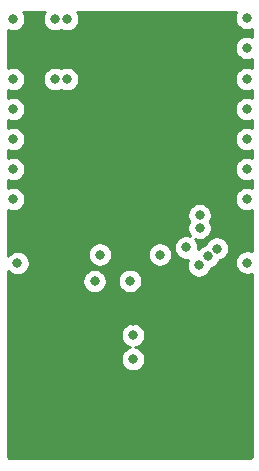
<source format=gbr>
%TF.GenerationSoftware,KiCad,Pcbnew,(5.1.9-0-10_14)*%
%TF.CreationDate,2021-05-20T16:30:14+09:00*%
%TF.ProjectId,tracer,74726163-6572-42e6-9b69-6361645f7063,rev?*%
%TF.SameCoordinates,Original*%
%TF.FileFunction,Copper,L2,Inr*%
%TF.FilePolarity,Positive*%
%FSLAX46Y46*%
G04 Gerber Fmt 4.6, Leading zero omitted, Abs format (unit mm)*
G04 Created by KiCad (PCBNEW (5.1.9-0-10_14)) date 2021-05-20 16:30:14*
%MOMM*%
%LPD*%
G01*
G04 APERTURE LIST*
%TA.AperFunction,ComponentPad*%
%ADD10C,0.800000*%
%TD*%
%TA.AperFunction,ViaPad*%
%ADD11C,0.800000*%
%TD*%
%TA.AperFunction,Conductor*%
%ADD12C,0.254000*%
%TD*%
%TA.AperFunction,Conductor*%
%ADD13C,0.100000*%
%TD*%
G04 APERTURE END LIST*
D10*
%TO.N,Net-(A1-Pad14)*%
%TO.C,TP14*%
X9906000Y38227000D03*
%TD*%
%TO.N,Net-(A1-Pad13)*%
%TO.C,TP13*%
X9906000Y35687000D03*
%TD*%
%TO.N,Net-(A1-Pad19)*%
%TO.C,TP19*%
X2540000Y23368000D03*
%TD*%
%TO.N,Net-(A1-Pad17)*%
%TO.C,TP17*%
X-2540000Y23368000D03*
%TD*%
D11*
%TO.N,GND*%
X254000Y12671000D03*
X-3683000Y12671000D03*
X5842000Y16227000D03*
X-5715000Y16925500D03*
X-7366000Y22640500D03*
X254000Y17751000D03*
X4445000Y12671000D03*
X-9906000Y40767000D03*
X-6350000Y40767000D03*
X-5334000Y40767000D03*
X-1460500Y21907500D03*
X1651000Y21907500D03*
X8128000Y22415500D03*
X10033000Y6921500D03*
X-9906000Y6858000D03*
%TO.N,/~SS*%
X4762500Y23974000D03*
X9906000Y30607000D03*
%TO.N,/CLK*%
X9906000Y28067000D03*
X5842000Y22450000D03*
%TO.N,/SDI*%
X5905500Y25625000D03*
%TO.N,/~SHDN*%
X254000Y14512500D03*
X-9906000Y30607000D03*
%TO.N,/~RS*%
X254000Y16544500D03*
X-2984500Y21116500D03*
X-9906000Y28067000D03*
%TO.N,+5V*%
X-9525000Y22640500D03*
X-5334000Y43307000D03*
X-9906000Y43307000D03*
X-6350000Y43307000D03*
X9937750Y22701250D03*
%TO.N,/RELAY2*%
X-9906000Y33147000D03*
%TO.N,/RELAY1*%
X-9906000Y35687000D03*
%TO.N,/SDO1*%
X5905500Y26704500D03*
X9906000Y33147000D03*
%TO.N,/SDO2*%
X6604000Y23212000D03*
%TO.N,+3V3*%
X-9906000Y38227000D03*
X-6350000Y38227000D03*
X-5334000Y38227000D03*
X0Y21145500D03*
%TO.N,Net-(A1-Pad15)*%
X9906000Y40865000D03*
%TO.N,Net-(A1-Pad16)*%
X9906000Y43405000D03*
%TO.N,Net-(D1-Pad2)*%
X7366000Y23876000D03*
%TD*%
D12*
%TO.N,GND*%
X-7267205Y43797256D02*
X-7345226Y43608898D01*
X-7385000Y43408939D01*
X-7385000Y43205061D01*
X-7345226Y43005102D01*
X-7267205Y42816744D01*
X-7153937Y42647226D01*
X-7009774Y42503063D01*
X-6840256Y42389795D01*
X-6651898Y42311774D01*
X-6451939Y42272000D01*
X-6248061Y42272000D01*
X-6048102Y42311774D01*
X-5859744Y42389795D01*
X-5842000Y42401651D01*
X-5824256Y42389795D01*
X-5635898Y42311774D01*
X-5435939Y42272000D01*
X-5232061Y42272000D01*
X-5032102Y42311774D01*
X-4843744Y42389795D01*
X-4674226Y42503063D01*
X-4530063Y42647226D01*
X-4416795Y42816744D01*
X-4338774Y43005102D01*
X-4299000Y43205061D01*
X-4299000Y43408939D01*
X-4338774Y43608898D01*
X-4416795Y43797256D01*
X-4467405Y43873000D01*
X8979576Y43873000D01*
X8910774Y43706898D01*
X8871000Y43506939D01*
X8871000Y43303061D01*
X8910774Y43103102D01*
X8988795Y42914744D01*
X9102063Y42745226D01*
X9246226Y42601063D01*
X9415744Y42487795D01*
X9604102Y42409774D01*
X9804061Y42370000D01*
X10007939Y42370000D01*
X10207898Y42409774D01*
X10340001Y42464493D01*
X10340001Y41805507D01*
X10207898Y41860226D01*
X10007939Y41900000D01*
X9804061Y41900000D01*
X9604102Y41860226D01*
X9415744Y41782205D01*
X9246226Y41668937D01*
X9102063Y41524774D01*
X8988795Y41355256D01*
X8910774Y41166898D01*
X8871000Y40966939D01*
X8871000Y40763061D01*
X8910774Y40563102D01*
X8988795Y40374744D01*
X9102063Y40205226D01*
X9246226Y40061063D01*
X9415744Y39947795D01*
X9604102Y39869774D01*
X9804061Y39830000D01*
X10007939Y39830000D01*
X10207898Y39869774D01*
X10340001Y39924493D01*
X10340001Y39167507D01*
X10207898Y39222226D01*
X10007939Y39262000D01*
X9804061Y39262000D01*
X9604102Y39222226D01*
X9415744Y39144205D01*
X9246226Y39030937D01*
X9102063Y38886774D01*
X8988795Y38717256D01*
X8910774Y38528898D01*
X8871000Y38328939D01*
X8871000Y38125061D01*
X8910774Y37925102D01*
X8988795Y37736744D01*
X9102063Y37567226D01*
X9246226Y37423063D01*
X9415744Y37309795D01*
X9604102Y37231774D01*
X9804061Y37192000D01*
X10007939Y37192000D01*
X10207898Y37231774D01*
X10340001Y37286493D01*
X10340001Y36627507D01*
X10207898Y36682226D01*
X10007939Y36722000D01*
X9804061Y36722000D01*
X9604102Y36682226D01*
X9415744Y36604205D01*
X9246226Y36490937D01*
X9102063Y36346774D01*
X8988795Y36177256D01*
X8910774Y35988898D01*
X8871000Y35788939D01*
X8871000Y35585061D01*
X8910774Y35385102D01*
X8988795Y35196744D01*
X9102063Y35027226D01*
X9246226Y34883063D01*
X9415744Y34769795D01*
X9604102Y34691774D01*
X9804061Y34652000D01*
X10007939Y34652000D01*
X10207898Y34691774D01*
X10340001Y34746493D01*
X10340001Y34087507D01*
X10207898Y34142226D01*
X10007939Y34182000D01*
X9804061Y34182000D01*
X9604102Y34142226D01*
X9415744Y34064205D01*
X9246226Y33950937D01*
X9102063Y33806774D01*
X8988795Y33637256D01*
X8910774Y33448898D01*
X8871000Y33248939D01*
X8871000Y33045061D01*
X8910774Y32845102D01*
X8988795Y32656744D01*
X9102063Y32487226D01*
X9246226Y32343063D01*
X9415744Y32229795D01*
X9604102Y32151774D01*
X9804061Y32112000D01*
X10007939Y32112000D01*
X10207898Y32151774D01*
X10340001Y32206493D01*
X10340001Y31547507D01*
X10207898Y31602226D01*
X10007939Y31642000D01*
X9804061Y31642000D01*
X9604102Y31602226D01*
X9415744Y31524205D01*
X9246226Y31410937D01*
X9102063Y31266774D01*
X8988795Y31097256D01*
X8910774Y30908898D01*
X8871000Y30708939D01*
X8871000Y30505061D01*
X8910774Y30305102D01*
X8988795Y30116744D01*
X9102063Y29947226D01*
X9246226Y29803063D01*
X9415744Y29689795D01*
X9604102Y29611774D01*
X9804061Y29572000D01*
X10007939Y29572000D01*
X10207898Y29611774D01*
X10340001Y29666493D01*
X10340001Y29007507D01*
X10207898Y29062226D01*
X10007939Y29102000D01*
X9804061Y29102000D01*
X9604102Y29062226D01*
X9415744Y28984205D01*
X9246226Y28870937D01*
X9102063Y28726774D01*
X8988795Y28557256D01*
X8910774Y28368898D01*
X8871000Y28168939D01*
X8871000Y27965061D01*
X8910774Y27765102D01*
X8988795Y27576744D01*
X9102063Y27407226D01*
X9246226Y27263063D01*
X9415744Y27149795D01*
X9604102Y27071774D01*
X9804061Y27032000D01*
X10007939Y27032000D01*
X10207898Y27071774D01*
X10340001Y27126493D01*
X10340000Y23654908D01*
X10239648Y23696476D01*
X10039689Y23736250D01*
X9835811Y23736250D01*
X9635852Y23696476D01*
X9447494Y23618455D01*
X9277976Y23505187D01*
X9133813Y23361024D01*
X9020545Y23191506D01*
X8942524Y23003148D01*
X8902750Y22803189D01*
X8902750Y22599311D01*
X8942524Y22399352D01*
X9020545Y22210994D01*
X9133813Y22041476D01*
X9277976Y21897313D01*
X9447494Y21784045D01*
X9635852Y21706024D01*
X9835811Y21666250D01*
X10039689Y21666250D01*
X10239648Y21706024D01*
X10340000Y21747592D01*
X10340000Y6273381D01*
X10193619Y6127000D01*
X-10193620Y6127000D01*
X-10340000Y6273380D01*
X-10340000Y16646439D01*
X-781000Y16646439D01*
X-781000Y16442561D01*
X-741226Y16242602D01*
X-663205Y16054244D01*
X-549937Y15884726D01*
X-405774Y15740563D01*
X-236256Y15627295D01*
X-47898Y15549274D01*
X56541Y15528500D01*
X-47898Y15507726D01*
X-236256Y15429705D01*
X-405774Y15316437D01*
X-549937Y15172274D01*
X-663205Y15002756D01*
X-741226Y14814398D01*
X-781000Y14614439D01*
X-781000Y14410561D01*
X-741226Y14210602D01*
X-663205Y14022244D01*
X-549937Y13852726D01*
X-405774Y13708563D01*
X-236256Y13595295D01*
X-47898Y13517274D01*
X152061Y13477500D01*
X355939Y13477500D01*
X555898Y13517274D01*
X744256Y13595295D01*
X913774Y13708563D01*
X1057937Y13852726D01*
X1171205Y14022244D01*
X1249226Y14210602D01*
X1289000Y14410561D01*
X1289000Y14614439D01*
X1249226Y14814398D01*
X1171205Y15002756D01*
X1057937Y15172274D01*
X913774Y15316437D01*
X744256Y15429705D01*
X555898Y15507726D01*
X451459Y15528500D01*
X555898Y15549274D01*
X744256Y15627295D01*
X913774Y15740563D01*
X1057937Y15884726D01*
X1171205Y16054244D01*
X1249226Y16242602D01*
X1289000Y16442561D01*
X1289000Y16646439D01*
X1249226Y16846398D01*
X1171205Y17034756D01*
X1057937Y17204274D01*
X913774Y17348437D01*
X744256Y17461705D01*
X555898Y17539726D01*
X355939Y17579500D01*
X152061Y17579500D01*
X-47898Y17539726D01*
X-236256Y17461705D01*
X-405774Y17348437D01*
X-549937Y17204274D01*
X-663205Y17034756D01*
X-741226Y16846398D01*
X-781000Y16646439D01*
X-10340000Y16646439D01*
X-10340000Y21218439D01*
X-4019500Y21218439D01*
X-4019500Y21014561D01*
X-3979726Y20814602D01*
X-3901705Y20626244D01*
X-3788437Y20456726D01*
X-3644274Y20312563D01*
X-3474756Y20199295D01*
X-3286398Y20121274D01*
X-3086439Y20081500D01*
X-2882561Y20081500D01*
X-2682602Y20121274D01*
X-2494244Y20199295D01*
X-2324726Y20312563D01*
X-2180563Y20456726D01*
X-2067295Y20626244D01*
X-1989274Y20814602D01*
X-1949500Y21014561D01*
X-1949500Y21218439D01*
X-1955268Y21247439D01*
X-1035000Y21247439D01*
X-1035000Y21043561D01*
X-995226Y20843602D01*
X-917205Y20655244D01*
X-803937Y20485726D01*
X-659774Y20341563D01*
X-490256Y20228295D01*
X-301898Y20150274D01*
X-101939Y20110500D01*
X101939Y20110500D01*
X301898Y20150274D01*
X490256Y20228295D01*
X659774Y20341563D01*
X803937Y20485726D01*
X917205Y20655244D01*
X995226Y20843602D01*
X1035000Y21043561D01*
X1035000Y21247439D01*
X995226Y21447398D01*
X917205Y21635756D01*
X803937Y21805274D01*
X659774Y21949437D01*
X490256Y22062705D01*
X301898Y22140726D01*
X101939Y22180500D01*
X-101939Y22180500D01*
X-301898Y22140726D01*
X-490256Y22062705D01*
X-659774Y21949437D01*
X-803937Y21805274D01*
X-917205Y21635756D01*
X-995226Y21447398D01*
X-1035000Y21247439D01*
X-1955268Y21247439D01*
X-1989274Y21418398D01*
X-2067295Y21606756D01*
X-2180563Y21776274D01*
X-2324726Y21920437D01*
X-2494244Y22033705D01*
X-2682602Y22111726D01*
X-2882561Y22151500D01*
X-3086439Y22151500D01*
X-3286398Y22111726D01*
X-3474756Y22033705D01*
X-3644274Y21920437D01*
X-3788437Y21776274D01*
X-3901705Y21606756D01*
X-3979726Y21418398D01*
X-4019500Y21218439D01*
X-10340000Y21218439D01*
X-10340000Y21997283D01*
X-10328937Y21980726D01*
X-10184774Y21836563D01*
X-10015256Y21723295D01*
X-9826898Y21645274D01*
X-9626939Y21605500D01*
X-9423061Y21605500D01*
X-9223102Y21645274D01*
X-9034744Y21723295D01*
X-8865226Y21836563D01*
X-8721063Y21980726D01*
X-8607795Y22150244D01*
X-8529774Y22338602D01*
X-8490000Y22538561D01*
X-8490000Y22742439D01*
X-8529774Y22942398D01*
X-8607795Y23130756D01*
X-8721063Y23300274D01*
X-8865226Y23444437D01*
X-8903392Y23469939D01*
X-3575000Y23469939D01*
X-3575000Y23266061D01*
X-3535226Y23066102D01*
X-3457205Y22877744D01*
X-3343937Y22708226D01*
X-3199774Y22564063D01*
X-3030256Y22450795D01*
X-2841898Y22372774D01*
X-2641939Y22333000D01*
X-2438061Y22333000D01*
X-2238102Y22372774D01*
X-2049744Y22450795D01*
X-1880226Y22564063D01*
X-1736063Y22708226D01*
X-1622795Y22877744D01*
X-1544774Y23066102D01*
X-1505000Y23266061D01*
X-1505000Y23469939D01*
X1505000Y23469939D01*
X1505000Y23266061D01*
X1544774Y23066102D01*
X1622795Y22877744D01*
X1736063Y22708226D01*
X1880226Y22564063D01*
X2049744Y22450795D01*
X2238102Y22372774D01*
X2438061Y22333000D01*
X2641939Y22333000D01*
X2841898Y22372774D01*
X3030256Y22450795D01*
X3199774Y22564063D01*
X3343937Y22708226D01*
X3457205Y22877744D01*
X3535226Y23066102D01*
X3575000Y23266061D01*
X3575000Y23469939D01*
X3535226Y23669898D01*
X3457205Y23858256D01*
X3343937Y24027774D01*
X3295772Y24075939D01*
X3727500Y24075939D01*
X3727500Y23872061D01*
X3767274Y23672102D01*
X3845295Y23483744D01*
X3958563Y23314226D01*
X4102726Y23170063D01*
X4272244Y23056795D01*
X4460602Y22978774D01*
X4660561Y22939000D01*
X4864439Y22939000D01*
X4933078Y22952653D01*
X4924795Y22940256D01*
X4846774Y22751898D01*
X4807000Y22551939D01*
X4807000Y22348061D01*
X4846774Y22148102D01*
X4924795Y21959744D01*
X5038063Y21790226D01*
X5182226Y21646063D01*
X5351744Y21532795D01*
X5540102Y21454774D01*
X5740061Y21415000D01*
X5943939Y21415000D01*
X6143898Y21454774D01*
X6332256Y21532795D01*
X6501774Y21646063D01*
X6645937Y21790226D01*
X6759205Y21959744D01*
X6837226Y22148102D01*
X6848619Y22205381D01*
X6905898Y22216774D01*
X7094256Y22294795D01*
X7263774Y22408063D01*
X7407937Y22552226D01*
X7521205Y22721744D01*
X7579821Y22863255D01*
X7667898Y22880774D01*
X7856256Y22958795D01*
X8025774Y23072063D01*
X8169937Y23216226D01*
X8283205Y23385744D01*
X8361226Y23574102D01*
X8401000Y23774061D01*
X8401000Y23977939D01*
X8361226Y24177898D01*
X8283205Y24366256D01*
X8169937Y24535774D01*
X8025774Y24679937D01*
X7856256Y24793205D01*
X7667898Y24871226D01*
X7467939Y24911000D01*
X7264061Y24911000D01*
X7064102Y24871226D01*
X6875744Y24793205D01*
X6706226Y24679937D01*
X6562063Y24535774D01*
X6448795Y24366256D01*
X6390179Y24224745D01*
X6302102Y24207226D01*
X6113744Y24129205D01*
X5944226Y24015937D01*
X5800063Y23871774D01*
X5796332Y23866191D01*
X5797500Y23872061D01*
X5797500Y24075939D01*
X5757726Y24275898D01*
X5679705Y24464256D01*
X5566437Y24633774D01*
X5546986Y24653225D01*
X5603602Y24629774D01*
X5803561Y24590000D01*
X6007439Y24590000D01*
X6207398Y24629774D01*
X6395756Y24707795D01*
X6565274Y24821063D01*
X6709437Y24965226D01*
X6822705Y25134744D01*
X6900726Y25323102D01*
X6940500Y25523061D01*
X6940500Y25726939D01*
X6900726Y25926898D01*
X6822705Y26115256D01*
X6789634Y26164750D01*
X6822705Y26214244D01*
X6900726Y26402602D01*
X6940500Y26602561D01*
X6940500Y26806439D01*
X6900726Y27006398D01*
X6822705Y27194756D01*
X6709437Y27364274D01*
X6565274Y27508437D01*
X6395756Y27621705D01*
X6207398Y27699726D01*
X6007439Y27739500D01*
X5803561Y27739500D01*
X5603602Y27699726D01*
X5415244Y27621705D01*
X5245726Y27508437D01*
X5101563Y27364274D01*
X4988295Y27194756D01*
X4910274Y27006398D01*
X4870500Y26806439D01*
X4870500Y26602561D01*
X4910274Y26402602D01*
X4988295Y26214244D01*
X5021366Y26164750D01*
X4988295Y26115256D01*
X4910274Y25926898D01*
X4870500Y25726939D01*
X4870500Y25523061D01*
X4910274Y25323102D01*
X4988295Y25134744D01*
X5101563Y24965226D01*
X5121014Y24945775D01*
X5064398Y24969226D01*
X4864439Y25009000D01*
X4660561Y25009000D01*
X4460602Y24969226D01*
X4272244Y24891205D01*
X4102726Y24777937D01*
X3958563Y24633774D01*
X3845295Y24464256D01*
X3767274Y24275898D01*
X3727500Y24075939D01*
X3295772Y24075939D01*
X3199774Y24171937D01*
X3030256Y24285205D01*
X2841898Y24363226D01*
X2641939Y24403000D01*
X2438061Y24403000D01*
X2238102Y24363226D01*
X2049744Y24285205D01*
X1880226Y24171937D01*
X1736063Y24027774D01*
X1622795Y23858256D01*
X1544774Y23669898D01*
X1505000Y23469939D01*
X-1505000Y23469939D01*
X-1544774Y23669898D01*
X-1622795Y23858256D01*
X-1736063Y24027774D01*
X-1880226Y24171937D01*
X-2049744Y24285205D01*
X-2238102Y24363226D01*
X-2438061Y24403000D01*
X-2641939Y24403000D01*
X-2841898Y24363226D01*
X-3030256Y24285205D01*
X-3199774Y24171937D01*
X-3343937Y24027774D01*
X-3457205Y23858256D01*
X-3535226Y23669898D01*
X-3575000Y23469939D01*
X-8903392Y23469939D01*
X-9034744Y23557705D01*
X-9223102Y23635726D01*
X-9423061Y23675500D01*
X-9626939Y23675500D01*
X-9826898Y23635726D01*
X-10015256Y23557705D01*
X-10184774Y23444437D01*
X-10328937Y23300274D01*
X-10340000Y23283717D01*
X-10340000Y27126493D01*
X-10207898Y27071774D01*
X-10007939Y27032000D01*
X-9804061Y27032000D01*
X-9604102Y27071774D01*
X-9415744Y27149795D01*
X-9246226Y27263063D01*
X-9102063Y27407226D01*
X-8988795Y27576744D01*
X-8910774Y27765102D01*
X-8871000Y27965061D01*
X-8871000Y28168939D01*
X-8910774Y28368898D01*
X-8988795Y28557256D01*
X-9102063Y28726774D01*
X-9246226Y28870937D01*
X-9415744Y28984205D01*
X-9604102Y29062226D01*
X-9804061Y29102000D01*
X-10007939Y29102000D01*
X-10207898Y29062226D01*
X-10340000Y29007507D01*
X-10340000Y29666493D01*
X-10207898Y29611774D01*
X-10007939Y29572000D01*
X-9804061Y29572000D01*
X-9604102Y29611774D01*
X-9415744Y29689795D01*
X-9246226Y29803063D01*
X-9102063Y29947226D01*
X-8988795Y30116744D01*
X-8910774Y30305102D01*
X-8871000Y30505061D01*
X-8871000Y30708939D01*
X-8910774Y30908898D01*
X-8988795Y31097256D01*
X-9102063Y31266774D01*
X-9246226Y31410937D01*
X-9415744Y31524205D01*
X-9604102Y31602226D01*
X-9804061Y31642000D01*
X-10007939Y31642000D01*
X-10207898Y31602226D01*
X-10340000Y31547507D01*
X-10340000Y32206493D01*
X-10207898Y32151774D01*
X-10007939Y32112000D01*
X-9804061Y32112000D01*
X-9604102Y32151774D01*
X-9415744Y32229795D01*
X-9246226Y32343063D01*
X-9102063Y32487226D01*
X-8988795Y32656744D01*
X-8910774Y32845102D01*
X-8871000Y33045061D01*
X-8871000Y33248939D01*
X-8910774Y33448898D01*
X-8988795Y33637256D01*
X-9102063Y33806774D01*
X-9246226Y33950937D01*
X-9415744Y34064205D01*
X-9604102Y34142226D01*
X-9804061Y34182000D01*
X-10007939Y34182000D01*
X-10207898Y34142226D01*
X-10340000Y34087507D01*
X-10340000Y34746493D01*
X-10207898Y34691774D01*
X-10007939Y34652000D01*
X-9804061Y34652000D01*
X-9604102Y34691774D01*
X-9415744Y34769795D01*
X-9246226Y34883063D01*
X-9102063Y35027226D01*
X-8988795Y35196744D01*
X-8910774Y35385102D01*
X-8871000Y35585061D01*
X-8871000Y35788939D01*
X-8910774Y35988898D01*
X-8988795Y36177256D01*
X-9102063Y36346774D01*
X-9246226Y36490937D01*
X-9415744Y36604205D01*
X-9604102Y36682226D01*
X-9804061Y36722000D01*
X-10007939Y36722000D01*
X-10207898Y36682226D01*
X-10340000Y36627507D01*
X-10340000Y37286493D01*
X-10207898Y37231774D01*
X-10007939Y37192000D01*
X-9804061Y37192000D01*
X-9604102Y37231774D01*
X-9415744Y37309795D01*
X-9246226Y37423063D01*
X-9102063Y37567226D01*
X-8988795Y37736744D01*
X-8910774Y37925102D01*
X-8871000Y38125061D01*
X-8871000Y38328939D01*
X-7385000Y38328939D01*
X-7385000Y38125061D01*
X-7345226Y37925102D01*
X-7267205Y37736744D01*
X-7153937Y37567226D01*
X-7009774Y37423063D01*
X-6840256Y37309795D01*
X-6651898Y37231774D01*
X-6451939Y37192000D01*
X-6248061Y37192000D01*
X-6048102Y37231774D01*
X-5859744Y37309795D01*
X-5842000Y37321651D01*
X-5824256Y37309795D01*
X-5635898Y37231774D01*
X-5435939Y37192000D01*
X-5232061Y37192000D01*
X-5032102Y37231774D01*
X-4843744Y37309795D01*
X-4674226Y37423063D01*
X-4530063Y37567226D01*
X-4416795Y37736744D01*
X-4338774Y37925102D01*
X-4299000Y38125061D01*
X-4299000Y38328939D01*
X-4338774Y38528898D01*
X-4416795Y38717256D01*
X-4530063Y38886774D01*
X-4674226Y39030937D01*
X-4843744Y39144205D01*
X-5032102Y39222226D01*
X-5232061Y39262000D01*
X-5435939Y39262000D01*
X-5635898Y39222226D01*
X-5824256Y39144205D01*
X-5842000Y39132349D01*
X-5859744Y39144205D01*
X-6048102Y39222226D01*
X-6248061Y39262000D01*
X-6451939Y39262000D01*
X-6651898Y39222226D01*
X-6840256Y39144205D01*
X-7009774Y39030937D01*
X-7153937Y38886774D01*
X-7267205Y38717256D01*
X-7345226Y38528898D01*
X-7385000Y38328939D01*
X-8871000Y38328939D01*
X-8910774Y38528898D01*
X-8988795Y38717256D01*
X-9102063Y38886774D01*
X-9246226Y39030937D01*
X-9415744Y39144205D01*
X-9604102Y39222226D01*
X-9804061Y39262000D01*
X-10007939Y39262000D01*
X-10207898Y39222226D01*
X-10340000Y39167507D01*
X-10340000Y42366493D01*
X-10207898Y42311774D01*
X-10007939Y42272000D01*
X-9804061Y42272000D01*
X-9604102Y42311774D01*
X-9415744Y42389795D01*
X-9246226Y42503063D01*
X-9102063Y42647226D01*
X-8988795Y42816744D01*
X-8910774Y43005102D01*
X-8871000Y43205061D01*
X-8871000Y43408939D01*
X-8910774Y43608898D01*
X-8988795Y43797256D01*
X-9039405Y43873000D01*
X-7216595Y43873000D01*
X-7267205Y43797256D01*
%TA.AperFunction,Conductor*%
D13*
G36*
X-7267205Y43797256D02*
G01*
X-7345226Y43608898D01*
X-7385000Y43408939D01*
X-7385000Y43205061D01*
X-7345226Y43005102D01*
X-7267205Y42816744D01*
X-7153937Y42647226D01*
X-7009774Y42503063D01*
X-6840256Y42389795D01*
X-6651898Y42311774D01*
X-6451939Y42272000D01*
X-6248061Y42272000D01*
X-6048102Y42311774D01*
X-5859744Y42389795D01*
X-5842000Y42401651D01*
X-5824256Y42389795D01*
X-5635898Y42311774D01*
X-5435939Y42272000D01*
X-5232061Y42272000D01*
X-5032102Y42311774D01*
X-4843744Y42389795D01*
X-4674226Y42503063D01*
X-4530063Y42647226D01*
X-4416795Y42816744D01*
X-4338774Y43005102D01*
X-4299000Y43205061D01*
X-4299000Y43408939D01*
X-4338774Y43608898D01*
X-4416795Y43797256D01*
X-4467405Y43873000D01*
X8979576Y43873000D01*
X8910774Y43706898D01*
X8871000Y43506939D01*
X8871000Y43303061D01*
X8910774Y43103102D01*
X8988795Y42914744D01*
X9102063Y42745226D01*
X9246226Y42601063D01*
X9415744Y42487795D01*
X9604102Y42409774D01*
X9804061Y42370000D01*
X10007939Y42370000D01*
X10207898Y42409774D01*
X10340001Y42464493D01*
X10340001Y41805507D01*
X10207898Y41860226D01*
X10007939Y41900000D01*
X9804061Y41900000D01*
X9604102Y41860226D01*
X9415744Y41782205D01*
X9246226Y41668937D01*
X9102063Y41524774D01*
X8988795Y41355256D01*
X8910774Y41166898D01*
X8871000Y40966939D01*
X8871000Y40763061D01*
X8910774Y40563102D01*
X8988795Y40374744D01*
X9102063Y40205226D01*
X9246226Y40061063D01*
X9415744Y39947795D01*
X9604102Y39869774D01*
X9804061Y39830000D01*
X10007939Y39830000D01*
X10207898Y39869774D01*
X10340001Y39924493D01*
X10340001Y39167507D01*
X10207898Y39222226D01*
X10007939Y39262000D01*
X9804061Y39262000D01*
X9604102Y39222226D01*
X9415744Y39144205D01*
X9246226Y39030937D01*
X9102063Y38886774D01*
X8988795Y38717256D01*
X8910774Y38528898D01*
X8871000Y38328939D01*
X8871000Y38125061D01*
X8910774Y37925102D01*
X8988795Y37736744D01*
X9102063Y37567226D01*
X9246226Y37423063D01*
X9415744Y37309795D01*
X9604102Y37231774D01*
X9804061Y37192000D01*
X10007939Y37192000D01*
X10207898Y37231774D01*
X10340001Y37286493D01*
X10340001Y36627507D01*
X10207898Y36682226D01*
X10007939Y36722000D01*
X9804061Y36722000D01*
X9604102Y36682226D01*
X9415744Y36604205D01*
X9246226Y36490937D01*
X9102063Y36346774D01*
X8988795Y36177256D01*
X8910774Y35988898D01*
X8871000Y35788939D01*
X8871000Y35585061D01*
X8910774Y35385102D01*
X8988795Y35196744D01*
X9102063Y35027226D01*
X9246226Y34883063D01*
X9415744Y34769795D01*
X9604102Y34691774D01*
X9804061Y34652000D01*
X10007939Y34652000D01*
X10207898Y34691774D01*
X10340001Y34746493D01*
X10340001Y34087507D01*
X10207898Y34142226D01*
X10007939Y34182000D01*
X9804061Y34182000D01*
X9604102Y34142226D01*
X9415744Y34064205D01*
X9246226Y33950937D01*
X9102063Y33806774D01*
X8988795Y33637256D01*
X8910774Y33448898D01*
X8871000Y33248939D01*
X8871000Y33045061D01*
X8910774Y32845102D01*
X8988795Y32656744D01*
X9102063Y32487226D01*
X9246226Y32343063D01*
X9415744Y32229795D01*
X9604102Y32151774D01*
X9804061Y32112000D01*
X10007939Y32112000D01*
X10207898Y32151774D01*
X10340001Y32206493D01*
X10340001Y31547507D01*
X10207898Y31602226D01*
X10007939Y31642000D01*
X9804061Y31642000D01*
X9604102Y31602226D01*
X9415744Y31524205D01*
X9246226Y31410937D01*
X9102063Y31266774D01*
X8988795Y31097256D01*
X8910774Y30908898D01*
X8871000Y30708939D01*
X8871000Y30505061D01*
X8910774Y30305102D01*
X8988795Y30116744D01*
X9102063Y29947226D01*
X9246226Y29803063D01*
X9415744Y29689795D01*
X9604102Y29611774D01*
X9804061Y29572000D01*
X10007939Y29572000D01*
X10207898Y29611774D01*
X10340001Y29666493D01*
X10340001Y29007507D01*
X10207898Y29062226D01*
X10007939Y29102000D01*
X9804061Y29102000D01*
X9604102Y29062226D01*
X9415744Y28984205D01*
X9246226Y28870937D01*
X9102063Y28726774D01*
X8988795Y28557256D01*
X8910774Y28368898D01*
X8871000Y28168939D01*
X8871000Y27965061D01*
X8910774Y27765102D01*
X8988795Y27576744D01*
X9102063Y27407226D01*
X9246226Y27263063D01*
X9415744Y27149795D01*
X9604102Y27071774D01*
X9804061Y27032000D01*
X10007939Y27032000D01*
X10207898Y27071774D01*
X10340001Y27126493D01*
X10340000Y23654908D01*
X10239648Y23696476D01*
X10039689Y23736250D01*
X9835811Y23736250D01*
X9635852Y23696476D01*
X9447494Y23618455D01*
X9277976Y23505187D01*
X9133813Y23361024D01*
X9020545Y23191506D01*
X8942524Y23003148D01*
X8902750Y22803189D01*
X8902750Y22599311D01*
X8942524Y22399352D01*
X9020545Y22210994D01*
X9133813Y22041476D01*
X9277976Y21897313D01*
X9447494Y21784045D01*
X9635852Y21706024D01*
X9835811Y21666250D01*
X10039689Y21666250D01*
X10239648Y21706024D01*
X10340000Y21747592D01*
X10340000Y6273381D01*
X10193619Y6127000D01*
X-10193620Y6127000D01*
X-10340000Y6273380D01*
X-10340000Y16646439D01*
X-781000Y16646439D01*
X-781000Y16442561D01*
X-741226Y16242602D01*
X-663205Y16054244D01*
X-549937Y15884726D01*
X-405774Y15740563D01*
X-236256Y15627295D01*
X-47898Y15549274D01*
X56541Y15528500D01*
X-47898Y15507726D01*
X-236256Y15429705D01*
X-405774Y15316437D01*
X-549937Y15172274D01*
X-663205Y15002756D01*
X-741226Y14814398D01*
X-781000Y14614439D01*
X-781000Y14410561D01*
X-741226Y14210602D01*
X-663205Y14022244D01*
X-549937Y13852726D01*
X-405774Y13708563D01*
X-236256Y13595295D01*
X-47898Y13517274D01*
X152061Y13477500D01*
X355939Y13477500D01*
X555898Y13517274D01*
X744256Y13595295D01*
X913774Y13708563D01*
X1057937Y13852726D01*
X1171205Y14022244D01*
X1249226Y14210602D01*
X1289000Y14410561D01*
X1289000Y14614439D01*
X1249226Y14814398D01*
X1171205Y15002756D01*
X1057937Y15172274D01*
X913774Y15316437D01*
X744256Y15429705D01*
X555898Y15507726D01*
X451459Y15528500D01*
X555898Y15549274D01*
X744256Y15627295D01*
X913774Y15740563D01*
X1057937Y15884726D01*
X1171205Y16054244D01*
X1249226Y16242602D01*
X1289000Y16442561D01*
X1289000Y16646439D01*
X1249226Y16846398D01*
X1171205Y17034756D01*
X1057937Y17204274D01*
X913774Y17348437D01*
X744256Y17461705D01*
X555898Y17539726D01*
X355939Y17579500D01*
X152061Y17579500D01*
X-47898Y17539726D01*
X-236256Y17461705D01*
X-405774Y17348437D01*
X-549937Y17204274D01*
X-663205Y17034756D01*
X-741226Y16846398D01*
X-781000Y16646439D01*
X-10340000Y16646439D01*
X-10340000Y21218439D01*
X-4019500Y21218439D01*
X-4019500Y21014561D01*
X-3979726Y20814602D01*
X-3901705Y20626244D01*
X-3788437Y20456726D01*
X-3644274Y20312563D01*
X-3474756Y20199295D01*
X-3286398Y20121274D01*
X-3086439Y20081500D01*
X-2882561Y20081500D01*
X-2682602Y20121274D01*
X-2494244Y20199295D01*
X-2324726Y20312563D01*
X-2180563Y20456726D01*
X-2067295Y20626244D01*
X-1989274Y20814602D01*
X-1949500Y21014561D01*
X-1949500Y21218439D01*
X-1955268Y21247439D01*
X-1035000Y21247439D01*
X-1035000Y21043561D01*
X-995226Y20843602D01*
X-917205Y20655244D01*
X-803937Y20485726D01*
X-659774Y20341563D01*
X-490256Y20228295D01*
X-301898Y20150274D01*
X-101939Y20110500D01*
X101939Y20110500D01*
X301898Y20150274D01*
X490256Y20228295D01*
X659774Y20341563D01*
X803937Y20485726D01*
X917205Y20655244D01*
X995226Y20843602D01*
X1035000Y21043561D01*
X1035000Y21247439D01*
X995226Y21447398D01*
X917205Y21635756D01*
X803937Y21805274D01*
X659774Y21949437D01*
X490256Y22062705D01*
X301898Y22140726D01*
X101939Y22180500D01*
X-101939Y22180500D01*
X-301898Y22140726D01*
X-490256Y22062705D01*
X-659774Y21949437D01*
X-803937Y21805274D01*
X-917205Y21635756D01*
X-995226Y21447398D01*
X-1035000Y21247439D01*
X-1955268Y21247439D01*
X-1989274Y21418398D01*
X-2067295Y21606756D01*
X-2180563Y21776274D01*
X-2324726Y21920437D01*
X-2494244Y22033705D01*
X-2682602Y22111726D01*
X-2882561Y22151500D01*
X-3086439Y22151500D01*
X-3286398Y22111726D01*
X-3474756Y22033705D01*
X-3644274Y21920437D01*
X-3788437Y21776274D01*
X-3901705Y21606756D01*
X-3979726Y21418398D01*
X-4019500Y21218439D01*
X-10340000Y21218439D01*
X-10340000Y21997283D01*
X-10328937Y21980726D01*
X-10184774Y21836563D01*
X-10015256Y21723295D01*
X-9826898Y21645274D01*
X-9626939Y21605500D01*
X-9423061Y21605500D01*
X-9223102Y21645274D01*
X-9034744Y21723295D01*
X-8865226Y21836563D01*
X-8721063Y21980726D01*
X-8607795Y22150244D01*
X-8529774Y22338602D01*
X-8490000Y22538561D01*
X-8490000Y22742439D01*
X-8529774Y22942398D01*
X-8607795Y23130756D01*
X-8721063Y23300274D01*
X-8865226Y23444437D01*
X-8903392Y23469939D01*
X-3575000Y23469939D01*
X-3575000Y23266061D01*
X-3535226Y23066102D01*
X-3457205Y22877744D01*
X-3343937Y22708226D01*
X-3199774Y22564063D01*
X-3030256Y22450795D01*
X-2841898Y22372774D01*
X-2641939Y22333000D01*
X-2438061Y22333000D01*
X-2238102Y22372774D01*
X-2049744Y22450795D01*
X-1880226Y22564063D01*
X-1736063Y22708226D01*
X-1622795Y22877744D01*
X-1544774Y23066102D01*
X-1505000Y23266061D01*
X-1505000Y23469939D01*
X1505000Y23469939D01*
X1505000Y23266061D01*
X1544774Y23066102D01*
X1622795Y22877744D01*
X1736063Y22708226D01*
X1880226Y22564063D01*
X2049744Y22450795D01*
X2238102Y22372774D01*
X2438061Y22333000D01*
X2641939Y22333000D01*
X2841898Y22372774D01*
X3030256Y22450795D01*
X3199774Y22564063D01*
X3343937Y22708226D01*
X3457205Y22877744D01*
X3535226Y23066102D01*
X3575000Y23266061D01*
X3575000Y23469939D01*
X3535226Y23669898D01*
X3457205Y23858256D01*
X3343937Y24027774D01*
X3295772Y24075939D01*
X3727500Y24075939D01*
X3727500Y23872061D01*
X3767274Y23672102D01*
X3845295Y23483744D01*
X3958563Y23314226D01*
X4102726Y23170063D01*
X4272244Y23056795D01*
X4460602Y22978774D01*
X4660561Y22939000D01*
X4864439Y22939000D01*
X4933078Y22952653D01*
X4924795Y22940256D01*
X4846774Y22751898D01*
X4807000Y22551939D01*
X4807000Y22348061D01*
X4846774Y22148102D01*
X4924795Y21959744D01*
X5038063Y21790226D01*
X5182226Y21646063D01*
X5351744Y21532795D01*
X5540102Y21454774D01*
X5740061Y21415000D01*
X5943939Y21415000D01*
X6143898Y21454774D01*
X6332256Y21532795D01*
X6501774Y21646063D01*
X6645937Y21790226D01*
X6759205Y21959744D01*
X6837226Y22148102D01*
X6848619Y22205381D01*
X6905898Y22216774D01*
X7094256Y22294795D01*
X7263774Y22408063D01*
X7407937Y22552226D01*
X7521205Y22721744D01*
X7579821Y22863255D01*
X7667898Y22880774D01*
X7856256Y22958795D01*
X8025774Y23072063D01*
X8169937Y23216226D01*
X8283205Y23385744D01*
X8361226Y23574102D01*
X8401000Y23774061D01*
X8401000Y23977939D01*
X8361226Y24177898D01*
X8283205Y24366256D01*
X8169937Y24535774D01*
X8025774Y24679937D01*
X7856256Y24793205D01*
X7667898Y24871226D01*
X7467939Y24911000D01*
X7264061Y24911000D01*
X7064102Y24871226D01*
X6875744Y24793205D01*
X6706226Y24679937D01*
X6562063Y24535774D01*
X6448795Y24366256D01*
X6390179Y24224745D01*
X6302102Y24207226D01*
X6113744Y24129205D01*
X5944226Y24015937D01*
X5800063Y23871774D01*
X5796332Y23866191D01*
X5797500Y23872061D01*
X5797500Y24075939D01*
X5757726Y24275898D01*
X5679705Y24464256D01*
X5566437Y24633774D01*
X5546986Y24653225D01*
X5603602Y24629774D01*
X5803561Y24590000D01*
X6007439Y24590000D01*
X6207398Y24629774D01*
X6395756Y24707795D01*
X6565274Y24821063D01*
X6709437Y24965226D01*
X6822705Y25134744D01*
X6900726Y25323102D01*
X6940500Y25523061D01*
X6940500Y25726939D01*
X6900726Y25926898D01*
X6822705Y26115256D01*
X6789634Y26164750D01*
X6822705Y26214244D01*
X6900726Y26402602D01*
X6940500Y26602561D01*
X6940500Y26806439D01*
X6900726Y27006398D01*
X6822705Y27194756D01*
X6709437Y27364274D01*
X6565274Y27508437D01*
X6395756Y27621705D01*
X6207398Y27699726D01*
X6007439Y27739500D01*
X5803561Y27739500D01*
X5603602Y27699726D01*
X5415244Y27621705D01*
X5245726Y27508437D01*
X5101563Y27364274D01*
X4988295Y27194756D01*
X4910274Y27006398D01*
X4870500Y26806439D01*
X4870500Y26602561D01*
X4910274Y26402602D01*
X4988295Y26214244D01*
X5021366Y26164750D01*
X4988295Y26115256D01*
X4910274Y25926898D01*
X4870500Y25726939D01*
X4870500Y25523061D01*
X4910274Y25323102D01*
X4988295Y25134744D01*
X5101563Y24965226D01*
X5121014Y24945775D01*
X5064398Y24969226D01*
X4864439Y25009000D01*
X4660561Y25009000D01*
X4460602Y24969226D01*
X4272244Y24891205D01*
X4102726Y24777937D01*
X3958563Y24633774D01*
X3845295Y24464256D01*
X3767274Y24275898D01*
X3727500Y24075939D01*
X3295772Y24075939D01*
X3199774Y24171937D01*
X3030256Y24285205D01*
X2841898Y24363226D01*
X2641939Y24403000D01*
X2438061Y24403000D01*
X2238102Y24363226D01*
X2049744Y24285205D01*
X1880226Y24171937D01*
X1736063Y24027774D01*
X1622795Y23858256D01*
X1544774Y23669898D01*
X1505000Y23469939D01*
X-1505000Y23469939D01*
X-1544774Y23669898D01*
X-1622795Y23858256D01*
X-1736063Y24027774D01*
X-1880226Y24171937D01*
X-2049744Y24285205D01*
X-2238102Y24363226D01*
X-2438061Y24403000D01*
X-2641939Y24403000D01*
X-2841898Y24363226D01*
X-3030256Y24285205D01*
X-3199774Y24171937D01*
X-3343937Y24027774D01*
X-3457205Y23858256D01*
X-3535226Y23669898D01*
X-3575000Y23469939D01*
X-8903392Y23469939D01*
X-9034744Y23557705D01*
X-9223102Y23635726D01*
X-9423061Y23675500D01*
X-9626939Y23675500D01*
X-9826898Y23635726D01*
X-10015256Y23557705D01*
X-10184774Y23444437D01*
X-10328937Y23300274D01*
X-10340000Y23283717D01*
X-10340000Y27126493D01*
X-10207898Y27071774D01*
X-10007939Y27032000D01*
X-9804061Y27032000D01*
X-9604102Y27071774D01*
X-9415744Y27149795D01*
X-9246226Y27263063D01*
X-9102063Y27407226D01*
X-8988795Y27576744D01*
X-8910774Y27765102D01*
X-8871000Y27965061D01*
X-8871000Y28168939D01*
X-8910774Y28368898D01*
X-8988795Y28557256D01*
X-9102063Y28726774D01*
X-9246226Y28870937D01*
X-9415744Y28984205D01*
X-9604102Y29062226D01*
X-9804061Y29102000D01*
X-10007939Y29102000D01*
X-10207898Y29062226D01*
X-10340000Y29007507D01*
X-10340000Y29666493D01*
X-10207898Y29611774D01*
X-10007939Y29572000D01*
X-9804061Y29572000D01*
X-9604102Y29611774D01*
X-9415744Y29689795D01*
X-9246226Y29803063D01*
X-9102063Y29947226D01*
X-8988795Y30116744D01*
X-8910774Y30305102D01*
X-8871000Y30505061D01*
X-8871000Y30708939D01*
X-8910774Y30908898D01*
X-8988795Y31097256D01*
X-9102063Y31266774D01*
X-9246226Y31410937D01*
X-9415744Y31524205D01*
X-9604102Y31602226D01*
X-9804061Y31642000D01*
X-10007939Y31642000D01*
X-10207898Y31602226D01*
X-10340000Y31547507D01*
X-10340000Y32206493D01*
X-10207898Y32151774D01*
X-10007939Y32112000D01*
X-9804061Y32112000D01*
X-9604102Y32151774D01*
X-9415744Y32229795D01*
X-9246226Y32343063D01*
X-9102063Y32487226D01*
X-8988795Y32656744D01*
X-8910774Y32845102D01*
X-8871000Y33045061D01*
X-8871000Y33248939D01*
X-8910774Y33448898D01*
X-8988795Y33637256D01*
X-9102063Y33806774D01*
X-9246226Y33950937D01*
X-9415744Y34064205D01*
X-9604102Y34142226D01*
X-9804061Y34182000D01*
X-10007939Y34182000D01*
X-10207898Y34142226D01*
X-10340000Y34087507D01*
X-10340000Y34746493D01*
X-10207898Y34691774D01*
X-10007939Y34652000D01*
X-9804061Y34652000D01*
X-9604102Y34691774D01*
X-9415744Y34769795D01*
X-9246226Y34883063D01*
X-9102063Y35027226D01*
X-8988795Y35196744D01*
X-8910774Y35385102D01*
X-8871000Y35585061D01*
X-8871000Y35788939D01*
X-8910774Y35988898D01*
X-8988795Y36177256D01*
X-9102063Y36346774D01*
X-9246226Y36490937D01*
X-9415744Y36604205D01*
X-9604102Y36682226D01*
X-9804061Y36722000D01*
X-10007939Y36722000D01*
X-10207898Y36682226D01*
X-10340000Y36627507D01*
X-10340000Y37286493D01*
X-10207898Y37231774D01*
X-10007939Y37192000D01*
X-9804061Y37192000D01*
X-9604102Y37231774D01*
X-9415744Y37309795D01*
X-9246226Y37423063D01*
X-9102063Y37567226D01*
X-8988795Y37736744D01*
X-8910774Y37925102D01*
X-8871000Y38125061D01*
X-8871000Y38328939D01*
X-7385000Y38328939D01*
X-7385000Y38125061D01*
X-7345226Y37925102D01*
X-7267205Y37736744D01*
X-7153937Y37567226D01*
X-7009774Y37423063D01*
X-6840256Y37309795D01*
X-6651898Y37231774D01*
X-6451939Y37192000D01*
X-6248061Y37192000D01*
X-6048102Y37231774D01*
X-5859744Y37309795D01*
X-5842000Y37321651D01*
X-5824256Y37309795D01*
X-5635898Y37231774D01*
X-5435939Y37192000D01*
X-5232061Y37192000D01*
X-5032102Y37231774D01*
X-4843744Y37309795D01*
X-4674226Y37423063D01*
X-4530063Y37567226D01*
X-4416795Y37736744D01*
X-4338774Y37925102D01*
X-4299000Y38125061D01*
X-4299000Y38328939D01*
X-4338774Y38528898D01*
X-4416795Y38717256D01*
X-4530063Y38886774D01*
X-4674226Y39030937D01*
X-4843744Y39144205D01*
X-5032102Y39222226D01*
X-5232061Y39262000D01*
X-5435939Y39262000D01*
X-5635898Y39222226D01*
X-5824256Y39144205D01*
X-5842000Y39132349D01*
X-5859744Y39144205D01*
X-6048102Y39222226D01*
X-6248061Y39262000D01*
X-6451939Y39262000D01*
X-6651898Y39222226D01*
X-6840256Y39144205D01*
X-7009774Y39030937D01*
X-7153937Y38886774D01*
X-7267205Y38717256D01*
X-7345226Y38528898D01*
X-7385000Y38328939D01*
X-8871000Y38328939D01*
X-8910774Y38528898D01*
X-8988795Y38717256D01*
X-9102063Y38886774D01*
X-9246226Y39030937D01*
X-9415744Y39144205D01*
X-9604102Y39222226D01*
X-9804061Y39262000D01*
X-10007939Y39262000D01*
X-10207898Y39222226D01*
X-10340000Y39167507D01*
X-10340000Y42366493D01*
X-10207898Y42311774D01*
X-10007939Y42272000D01*
X-9804061Y42272000D01*
X-9604102Y42311774D01*
X-9415744Y42389795D01*
X-9246226Y42503063D01*
X-9102063Y42647226D01*
X-8988795Y42816744D01*
X-8910774Y43005102D01*
X-8871000Y43205061D01*
X-8871000Y43408939D01*
X-8910774Y43608898D01*
X-8988795Y43797256D01*
X-9039405Y43873000D01*
X-7216595Y43873000D01*
X-7267205Y43797256D01*
G37*
%TD.AperFunction*%
%TD*%
M02*

</source>
